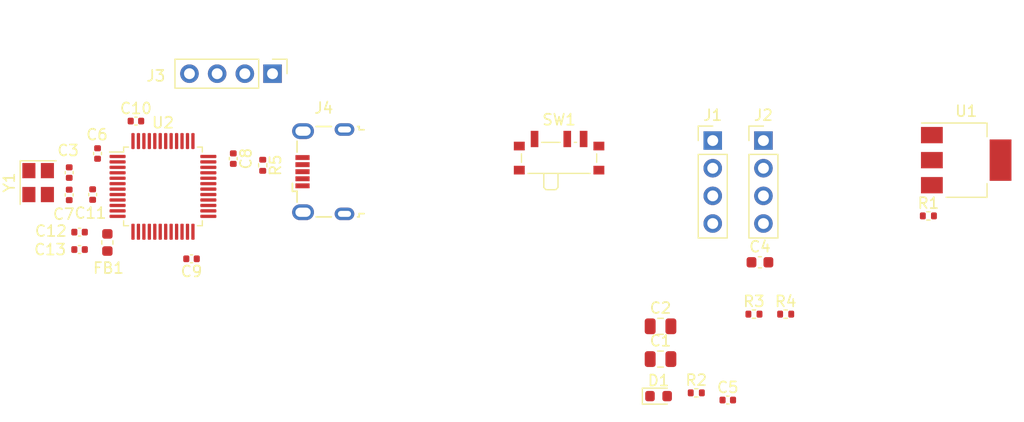
<source format=kicad_pcb>
(kicad_pcb (version 20211014) (generator pcbnew)
  (layers (0 "F.Cu" signal) (31 "B.Cu" power) (34 "B.Paste" user) (35 "F.Paste" user) (36 "B.SilkS" user "B.Silkscreen") (37 "F.SilkS" user "F.Silkscreen") (38 "B.Mask" user) (39 "F.Mask" user) (44 "Edge.Cuts" user))
  (net 0 "")
  (net 1 "VBUS")
  (net 2 "GND")
  (net 3 "+3V3")
  (net 4 "/HSE_IN")
  (net 5 "/NRST")
  (net 6 "/HSE_OUT")
  (net 7 "+3.3VA")
  (net 8 "/PWR_LED_K")
  (net 9 "/USART1_TX")
  (net 10 "/USART1_RX")
  (net 11 "/I2C2_SCL")
  (net 12 "/I2C2_SDA")
  (net 13 "/SWDIO")
  (net 14 "/SWCLK")
  (net 15 "/USB_D-")
  (net 16 "/USB_D+")
  (net 19 "/SW_BOOT0")
  (net 20 "/BOOT0")
  (footprint "Crystal:Crystal_SMD_3225-4Pin_3.2x2.5mm" (layer "F.Cu") (at 47.05 70.15 -90)
    (fp_text reference "Y1" (at 0 2.65 90) (layer "F.SilkS"))
    (fp_text value "16MHz")
    (fp_line (start -2 -1.65) (end -2 1.65) (layer "F.SilkS") (width 0.12))
    (fp_line (start -2 1.65) (end 2 1.65) (layer "F.SilkS") (width 0.12))
    (pad "1" smd rect locked (at -1.1 0.85 270) (size 1.4 1.2) (layers "F.Cu" "F.Paste" "F.Mask") (net 4 "/HSE_IN"))
    (pad "2" smd rect locked (at 1.1 0.85 270) (size 1.4 1.2) (layers "F.Cu" "F.Paste" "F.Mask") (net 2 "GND"))
    (pad "3" smd rect locked (at 1.1 -0.85 270) (size 1.4 1.2) (layers "F.Cu" "F.Paste" "F.Mask") (net 6 "/HSE_OUT"))
    (pad "4" smd rect locked (at -1.1 -0.85 270) (size 1.4 1.2) (layers "F.Cu" "F.Paste" "F.Mask") (net 2 "GND"))
  )
  (footprint "Connector_PinHeader_2.54mm:PinHeader_1x04_P2.54mm_Vertical" (layer "F.Cu") (at 113.58 66.29)
    (fp_text reference "J2" (at 0 -2.33) (layer "F.SilkS"))
    (fp_text value "Conn_01x04_Male")
    (fp_line (start -1.33 1.27) (end -1.33 8.95) (layer "F.SilkS") (width 0.12))
    (fp_line (start -1.33 1.27) (end 1.33 1.27) (layer "F.SilkS") (width 0.12))
    (fp_line (start -1.33 -1.33) (end 0 -1.33) (layer "F.SilkS") (width 0.12))
    (fp_line (start 1.33 1.27) (end 1.33 8.95) (layer "F.SilkS") (width 0.12))
    (fp_line (start -1.33 8.95) (end 1.33 8.95) (layer "F.SilkS") (width 0.12))
    (fp_line (start -1.33 0) (end -1.33 -1.33) (layer "F.SilkS") (width 0.12))
    (pad "1" thru_hole rect locked (at 0 0) (size 1.7 1.7) (drill 1) (layers *.Cu *.Mask) (net 3 "+3V3"))
    (pad "2" thru_hole oval locked (at 0 2.54) (size 1.7 1.7) (drill 1) (layers *.Cu *.Mask) (net 11 "/I2C2_SCL"))
    (pad "3" thru_hole oval locked (at 0 5.08) (size 1.7 1.7) (drill 1) (layers *.Cu *.Mask) (net 12 "/I2C2_SDA"))
    (pad "4" thru_hole oval locked (at 0 7.62) (size 1.7 1.7) (drill 1) (layers *.Cu *.Mask) (net 2 "GND"))
  )
  (footprint "Connector_PinHeader_2.54mm:PinHeader_1x04_P2.54mm_Vertical" (layer "F.Cu") (at 108.93 66.29)
    (fp_text reference "J1" (at 0 -2.33) (layer "F.SilkS"))
    (fp_text value "Conn_01x04_Male")
    (fp_line (start -1.33 8.95) (end 1.33 8.95) (layer "F.SilkS") (width 0.12))
    (fp_line (start -1.33 1.27) (end -1.33 8.95) (layer "F.SilkS") (width 0.12))
    (fp_line (start -1.33 -1.33) (end 0 -1.33) (layer "F.SilkS") (width 0.12))
    (fp_line (start -1.33 1.27) (end 1.33 1.27) (layer "F.SilkS") (width 0.12))
    (fp_line (start 1.33 1.27) (end 1.33 8.95) (layer "F.SilkS") (width 0.12))
    (fp_line (start -1.33 0) (end -1.33 -1.33) (layer "F.SilkS") (width 0.12))
    (pad "1" thru_hole rect locked (at 0 0) (size 1.7 1.7) (drill 1) (layers *.Cu *.Mask) (net 3 "+3V3"))
    (pad "2" thru_hole oval locked (at 0 2.54) (size 1.7 1.7) (drill 1) (layers *.Cu *.Mask) (net 9 "/USART1_TX"))
    (pad "3" thru_hole oval locked (at 0 5.08) (size 1.7 1.7) (drill 1) (layers *.Cu *.Mask) (net 10 "/USART1_RX"))
    (pad "4" thru_hole oval locked (at 0 7.62) (size 1.7 1.7) (drill 1) (layers *.Cu *.Mask) (net 2 "GND"))
  )
  (footprint "Capacitor_SMD:C_0402_1005Metric" (layer "F.Cu") (at 52.5 67.48 90)
    (fp_text reference "C6" (at 1.73 -0.05 180) (layer "F.SilkS"))
    (fp_text value "100n")
    (fp_line (start -0.107836 -0.36) (end 0.107836 -0.36) (layer "F.SilkS") (width 0.12))
    (fp_line (start -0.107836 0.36) (end 0.107836 0.36) (layer "F.SilkS") (width 0.12))
    (pad "1" smd roundrect locked (at -0.48 0 90) (size 0.56 0.62) (layers "F.Cu" "F.Paste" "F.Mask") (net 3 "+3V3"))
    (pad "2" smd roundrect locked (at 0.48 0 90) (size 0.56 0.62) (layers "F.Cu" "F.Paste" "F.Mask") (net 2 "GND"))
  )
  (footprint "Capacitor_SMD:C_0402_1005Metric" (layer "F.Cu") (at 49.9 69.23 90)
    (fp_text reference "C3" (at 2.03 -0.1 180) (layer "F.SilkS"))
    (fp_text value "10p")
    (fp_line (start -0.107836 -0.36) (end 0.107836 -0.36) (layer "F.SilkS") (width 0.12))
    (fp_line (start -0.107836 0.36) (end 0.107836 0.36) (layer "F.SilkS") (width 0.12))
    (pad "1" smd roundrect locked (at -0.48 0 90) (size 0.56 0.62) (layers "F.Cu" "F.Paste" "F.Mask") (net 4 "/HSE_IN"))
    (pad "2" smd roundrect locked (at 0.48 0 90) (size 0.56 0.62) (layers "F.Cu" "F.Paste" "F.Mask") (net 2 "GND"))
  )
  (footprint "Capacitor_SMD:C_0402_1005Metric" (layer "F.Cu") (at 64.95 67.95 -90)
    (fp_text reference "C8" (at 0 -1.16 90) (layer "F.SilkS"))
    (fp_text value "100n")
    (fp_line (start -0.107836 0.36) (end 0.107836 0.36) (layer "F.SilkS") (width 0.12))
    (fp_line (start -0.107836 -0.36) (end 0.107836 -0.36) (layer "F.SilkS") (width 0.12))
    (pad "1" smd roundrect locked (at -0.48 0 270) (size 0.56 0.62) (layers "F.Cu" "F.Paste" "F.Mask") (net 3 "+3V3"))
    (pad "2" smd roundrect locked (at 0.48 0 270) (size 0.56 0.62) (layers "F.Cu" "F.Paste" "F.Mask") (net 2 "GND"))
  )
  (footprint "Capacitor_SMD:C_0402_1005Metric" (layer "F.Cu") (at 50.85 74.7 180)
    (fp_text reference "C12" (at 2.63 0.1) (layer "F.SilkS"))
    (fp_text value "1u")
    (fp_line (start -0.107836 0.36) (end 0.107836 0.36) (layer "F.SilkS") (width 0.12))
    (fp_line (start -0.107836 -0.36) (end 0.107836 -0.36) (layer "F.SilkS") (width 0.12))
    (pad "1" smd roundrect locked (at -0.48 0 180) (size 0.56 0.62) (layers "F.Cu" "F.Paste" "F.Mask") (net 7 "+3.3VA"))
    (pad "2" smd roundrect locked (at 0.48 0 180) (size 0.56 0.62) (layers "F.Cu" "F.Paste" "F.Mask") (net 2 "GND"))
  )
  (footprint "Resistor_SMD:R_0402_1005Metric" (layer "F.Cu") (at 128.71 73.21)
    (fp_text reference "R1" (at 0 -1.17) (layer "F.SilkS"))
    (fp_text value "1k5")
    (fp_line (start -0.153641 -0.38) (end 0.153641 -0.38) (layer "F.SilkS") (width 0.12))
    (fp_line (start -0.153641 0.38) (end 0.153641 0.38) (layer "F.SilkS") (width 0.12))
    (pad "1" smd roundrect locked (at -0.51 0) (size 0.54 0.64) (layers "F.Cu" "F.Paste" "F.Mask") (net 8 "/PWR_LED_K"))
    (pad "2" smd roundrect locked (at 0.51 0) (size 0.54 0.64) (layers "F.Cu" "F.Paste" "F.Mask") (net 2 "GND"))
  )
  (footprint "Resistor_SMD:R_0402_1005Metric" (layer "F.Cu") (at 115.62 82.23)
    (fp_text reference "R4" (at 0 -1.17) (layer "F.SilkS"))
    (fp_text value "10k")
    (fp_line (start -0.153641 0.38) (end 0.153641 0.38) (layer "F.SilkS") (width 0.12))
    (fp_line (start -0.153641 -0.38) (end 0.153641 -0.38) (layer "F.SilkS") (width 0.12))
    (pad "1" smd roundrect locked (at -0.51 0) (size 0.54 0.64) (layers "F.Cu" "F.Paste" "F.Mask") (net 19 "/SW_BOOT0"))
    (pad "2" smd roundrect locked (at 0.51 0) (size 0.54 0.64) (layers "F.Cu" "F.Paste" "F.Mask") (net 20 "/BOOT0"))
  )
  (footprint "Inductor_SMD:L_0603_1608Metric" (layer "F.Cu") (at 53.4 75.65 -90)
    (fp_text reference "FB1" (at 2.35 -0.1 180) (layer "F.SilkS"))
    (fp_text value "120R")
    (fp_line (start -0.162779 0.51) (end 0.162779 0.51) (layer "F.SilkS") (width 0.12))
    (fp_line (start -0.162779 -0.51) (end 0.162779 -0.51) (layer "F.SilkS") (width 0.12))
    (pad "1" smd roundrect locked (at -0.7875 0 270) (size 0.875 0.95) (layers "F.Cu" "F.Paste" "F.Mask") (net 7 "+3.3VA"))
    (pad "2" smd roundrect locked (at 0.7875 0 270) (size 0.875 0.95) (layers "F.Cu" "F.Paste" "F.Mask") (net 3 "+3V3"))
  )
  (footprint "Resistor_SMD:R_0402_1005Metric" (layer "F.Cu") (at 67.65 68.56 -90)
    (fp_text reference "R5" (at 0 -1.17 90) (layer "F.SilkS"))
    (fp_text value "1k5")
    (fp_line (start -0.153641 0.38) (end 0.153641 0.38) (layer "F.SilkS") (width 0.12))
    (fp_line (start -0.153641 -0.38) (end 0.153641 -0.38) (layer "F.SilkS") (width 0.12))
    (pad "1" smd roundrect locked (at -0.51 0 270) (size 0.54 0.64) (layers "F.Cu" "F.Paste" "F.Mask") (net 3 "+3V3"))
    (pad "2" smd roundrect locked (at 0.51 0 270) (size 0.54 0.64) (layers "F.Cu" "F.Paste" "F.Mask") (net 16 "/USB_D+"))
  )
  (footprint "LED_SMD:LED_0603_1608Metric" (layer "F.Cu") (at 103.96 89.76)
    (fp_text reference "D1" (at 0 -1.43) (layer "F.SilkS"))
    (fp_text value "LED")
    (fp_line (start 0.8 -0.735) (end -1.485 -0.735) (layer "F.SilkS") (width 0.12))
    (fp_line (start -1.485 -0.735) (end -1.485 0.735) (layer "F.SilkS") (width 0.12))
    (fp_line (start -1.485 0.735) (end 0.8 0.735) (layer "F.SilkS") (width 0.12))
    (pad "1" smd roundrect locked (at -0.7875 0) (size 0.875 0.95) (layers "F.Cu" "F.Paste" "F.Mask") (net 8 "/PWR_LED_K"))
    (pad "2" smd roundrect locked (at 0.7875 0) (size 0.875 0.95) (layers "F.Cu" "F.Paste" "F.Mask") (net 3 "+3V3"))
  )
  (footprint "Capacitor_SMD:C_0402_1005Metric" (layer "F.Cu") (at 61.12 77.15 180)
    (fp_text reference "C9" (at 0 -1.16) (layer "F.SilkS"))
    (fp_text value "100n")
    (fp_line (start -0.107836 -0.36) (end 0.107836 -0.36) (layer "F.SilkS") (width 0.12))
    (fp_line (start -0.107836 0.36) (end 0.107836 0.36) (layer "F.SilkS") (width 0.12))
    (pad "1" smd roundrect locked (at -0.48 0 180) (size 0.56 0.62) (layers "F.Cu" "F.Paste" "F.Mask") (net 3 "+3V3"))
    (pad "2" smd roundrect locked (at 0.48 0 180) (size 0.56 0.62) (layers "F.Cu" "F.Paste" "F.Mask") (net 2 "GND"))
  )
  (footprint "Capacitor_SMD:C_0805_2012Metric" (layer "F.Cu") (at 104.14 86.36)
    (fp_text reference "C1" (at 0 -1.68) (layer "F.SilkS"))
    (fp_text value "22u")
    (fp_line (start -0.261252 -0.735) (end 0.261252 -0.735) (layer "F.SilkS") (width 0.12))
    (fp_line (start -0.261252 0.735) (end 0.261252 0.735) (layer "F.SilkS") (width 0.12))
    (pad "1" smd roundrect locked (at -0.95 0) (size 1 1.45) (layers "F.Cu" "F.Paste" "F.Mask") (net 1 "VBUS"))
    (pad "2" smd roundrect locked (at 0.95 0) (size 1 1.45) (layers "F.Cu" "F.Paste" "F.Mask") (net 2 "GND"))
  )
  (footprint "Connector_PinHeader_2.54mm:PinHeader_1x04_P2.54mm_Vertical" (layer "F.Cu") (at 68.55 60.15 -90)
    (fp_text reference "J3" (at 0.2 10.7 180) (layer "F.SilkS"))
    (fp_text value "Conn_01x04_Male")
    (fp_line (start -1.33 1.27) (end 1.33 1.27) (layer "F.SilkS") (width 0.12))
    (fp_line (start -1.33 8.95) (end 1.33 8.95) (layer "F.SilkS") (width 0.12))
    (fp_line (start 1.33 1.27) (end 1.33 8.95) (layer "F.SilkS") (width 0.12))
    (fp_line (start -1.33 1.27) (end -1.33 8.95) (layer "F.SilkS") (width 0.12))
    (fp_line (start -1.33 -1.33) (end 0 -1.33) (layer "F.SilkS") (width 0.12))
    (fp_line (start -1.33 0) (end -1.33 -1.33) (layer "F.SilkS") (width 0.12))
    (pad "1" thru_hole rect locked (at 0 0 270) (size 1.7 1.7) (drill 1) (layers *.Cu *.Mask) (net 3 "+3V3"))
    (pad "2" thru_hole oval locked (at 0 2.54 270) (size 1.7 1.7) (drill 1) (layers *.Cu *.Mask) (net 13 "/SWDIO"))
    (pad "3" thru_hole oval locked (at 0 5.08 270) (size 1.7 1.7) (drill 1) (layers *.Cu *.Mask) (net 14 "/SWCLK"))
    (pad "4" thru_hole oval locked (at 0 7.62 270) (size 1.7 1.7) (drill 1) (layers *.Cu *.Mask) (net 2 "GND"))
  )
  (footprint "Capacitor_SMD:C_0402_1005Metric" (layer "F.Cu") (at 50.85 76.3 180)
    (fp_text reference "C13" (at 2.7 0) (layer "F.SilkS"))
    (fp_text value "1u")
    (fp_line (start -0.107836 -0.36) (end 0.107836 -0.36) (layer "F.SilkS") (width 0.12))
    (fp_line (start -0.107836 0.36) (end 0.107836 0.36) (layer "F.SilkS") (width 0.12))
    (pad "1" smd roundrect locked (at -0.48 0 180) (size 0.56 0.62) (layers "F.Cu" "F.Paste" "F.Mask") (net 3 "+3V3"))
    (pad "2" smd roundrect locked (at 0.48 0 180) (size 0.56 0.62) (layers "F.Cu" "F.Paste" "F.Mask") (net 2 "GND"))
  )
  (footprint "Resistor_SMD:R_0402_1005Metric" (layer "F.Cu") (at 107.42 89.46)
    (fp_text reference "R2" (at 0 -1.17) (layer "F.SilkS"))
    (fp_text value "1k5")
    (fp_line (start -0.153641 0.38) (end 0.153641 0.38) (layer "F.SilkS") (width 0.12))
    (fp_line (start -0.153641 -0.38) (end 0.153641 -0.38) (layer "F.SilkS") (width 0.12))
    (pad "1" smd roundrect locked (at -0.51 0) (size 0.54 0.64) (layers "F.Cu" "F.Paste" "F.Mask") (net 3 "+3V3"))
    (pad "2" smd roundrect locked (at 0.51 0) (size 0.54 0.64) (layers "F.Cu" "F.Paste" "F.Mask") (net 11 "/I2C2_SCL"))
  )
  (footprint "Capacitor_SMD:C_0402_1005Metric" (layer "F.Cu") (at 52.05 71.25 90)
    (fp_text reference "C11" (at -1.7 -0.2 180) (layer "F.SilkS"))
    (fp_text value "10n")
    (fp_line (start -0.107836 0.36) (end 0.107836 0.36) (layer "F.SilkS") (width 0.12))
    (fp_line (start -0.107836 -0.36) (end 0.107836 -0.36) (layer "F.SilkS") (width 0.12))
    (pad "1" smd roundrect locked (at -0.48 0 90) (size 0.56 0.62) (layers "F.Cu" "F.Paste" "F.Mask") (net 7 "+3.3VA"))
    (pad "2" smd roundrect locked (at 0.48 0 90) (size 0.56 0.62) (layers "F.Cu" "F.Paste" "F.Mask") (net 2 "GND"))
  )
  (footprint "Capacitor_SMD:C_0402_1005Metric" (layer "F.Cu") (at 56.02 64.5)
    (fp_text reference "C10" (at 0 -1.16) (layer "F.SilkS"))
    (fp_text value "100n")
    (fp_line (start -0.107836 0.36) (end 0.107836 0.36) (layer "F.SilkS") (width 0.12))
    (fp_line (start -0.107836 -0.36) (end 0.107836 -0.36) (layer "F.SilkS") (width 0.12))
    (pad "1" smd roundrect locked (at -0.48 0) (size 0.56 0.62) (layers "F.Cu" "F.Paste" "F.Mask") (net 3 "+3V3"))
    (pad "2" smd roundrect locked (at 0.48 0) (size 0.56 0.62) (layers "F.Cu" "F.Paste" "F.Mask") (net 2 "GND"))
  )
  (footprint "Package_TO_SOT_SMD:SOT-223-3_TabPin2" (layer "F.Cu") (at 132.18 68.09)
    (fp_text reference "U1" (at 0 -4.5) (layer "F.SilkS"))
    (fp_text value "AMS1117-3.3")
    (fp_line (start -4.1 -3.41) (end 1.91 -3.41) (layer "F.SilkS") (width 0.12))
    (fp_line (start 1.91 3.41) (end 1.91 2.15) (layer "F.SilkS") (width 0.12))
    (fp_line (start 1.91 -3.41) (end 1.91 -2.15) (layer "F.SilkS") (width 0.12))
    (fp_line (start -1.85 3.41) (end 1.91 3.41) (layer "F.SilkS") (width 0.12))
    (pad "1" smd rect locked (at -3.15 -2.3) (size 2 1.5) (layers "F.Cu" "F.Paste" "F.Mask") (net 2 "GND"))
    (pad "2" smd rect locked (at -3.15 0) (size 2 1.5) (layers "F.Cu" "F.Paste" "F.Mask") (net 3 "+3V3"))
    (pad "2" smd rect locked (at 3.15 0) (size 2 3.8) (layers "F.Cu" "F.Paste" "F.Mask") (net 3 "+3V3"))
    (pad "3" smd rect locked (at -3.15 2.3) (size 2 1.5) (layers "F.Cu" "F.Paste" "F.Mask") (net 1 "VBUS"))
  )
  (footprint "Capacitor_SMD:C_0603_1608Metric" (layer "F.Cu") (at 113.26 77.47)
    (fp_text reference "C4" (at 0 -1.43) (layer "F.SilkS"))
    (fp_text value "10u")
    (fp_line (start -0.14058 0.51) (end 0.14058 0.51) (layer "F.SilkS") (width 0.12))
    (fp_line (start -0.14058 -0.51) (end 0.14058 -0.51) (layer "F.SilkS") (width 0.12))
    (pad "1" smd roundrect locked (at -0.775 0) (size 0.9 0.95) (layers "F.Cu" "F.Paste" "F.Mask") (net 3 "+3V3"))
    (pad "2" smd roundrect locked (at 0.775 0) (size 0.9 0.95) (layers "F.Cu" "F.Paste" "F.Mask") (net 2 "GND"))
  )
  (footprint "Capacitor_SMD:C_0805_2012Metric" (layer "F.Cu") (at 104.14 83.35)
    (fp_text reference "C2" (at 0 -1.68) (layer "F.SilkS"))
    (fp_text value "22u")
    (fp_line (start -0.261252 0.735) (end 0.261252 0.735) (layer "F.SilkS") (width 0.12))
    (fp_line (start -0.261252 -0.735) (end 0.261252 -0.735) (layer "F.SilkS") (width 0.12))
    (pad "1" smd roundrect locked (at -0.95 0) (size 1 1.45) (layers "F.Cu" "F.Paste" "F.Mask") (net 3 "+3V3"))
    (pad "2" smd roundrect locked (at 0.95 0) (size 1 1.45) (layers "F.Cu" "F.Paste" "F.Mask") (net 2 "GND"))
  )
  (footprint "Button_Switch_SMD:SW_SPDT_PCM12" (layer "F.Cu") (at 94.835 67.575)
    (fp_text reference "SW1" (at 0 -3.2) (layer "F.SilkS"))
    (fp_text value "SW_SPDT")
    (fp_line (start -3.45 -0.07) (end -3.45 0.72) (layer "F.SilkS") (width 0.12))
    (fp_line (start -0.1 3.02) (end -0.1 1.73) (layer "F.SilkS") (width 0.12))
    (fp_line (start 3.45 0.72) (end 3.45 -0.07) (layer "F.SilkS") (width 0.12))
    (fp_line (start -1.6 -1.12) (end 0.1 -1.12) (layer "F.SilkS") (width 0.12))
    (fp_line (start -1.4 1.73) (end -1.4 3.02) (layer "F.SilkS") (width 0.12))
    (fp_line (start -2.85 1.73) (end 2.85 1.73) (layer "F.SilkS") (width 0.12))
    (fp_line (start 1.4 -1.12) (end 1.6 -1.12) (layer "F.SilkS") (width 0.12))
    (fp_line (start -0.1 3.02) (end -0.3 3.23) (layer "F.SilkS") (width 0.12))
    (fp_line (start -1.4 3.02) (end -1.2 3.23) (layer "F.SilkS") (width 0.12))
    (fp_line (start -1.2 3.23) (end -0.3 3.23) (layer "F.SilkS") (width 0.12))
    (pad "" smd rect locked (at -3.65 -0.78) (size 1 0.8) (layers "F.Cu" "F.Paste" "F.Mask"))
    (pad "" np_thru_hole circle locked (at -1.5 0.33) (size 0.9 0.9) (drill 0.9) (layers *.Cu *.Mask))
    (pad "" smd rect locked (at 3.65 -0.78) (size 1 0.8) (layers "F.Cu" "F.Paste" "F.Mask"))
    (pad "" smd rect locked (at 3.65 1.43) (size 1 0.8) (layers "F.Cu" "F.Paste" "F.Mask"))
    (pad "" np_thru_hole circle locked (at 1.5 0.33) (size 0.9 0.9) (drill 0.9) (layers *.Cu *.Mask))
    (pad "" smd rect locked (at -3.65 1.43) (size 1 0.8) (layers "F.Cu" "F.Paste" "F.Mask"))
    (pad "1" smd rect locked (at -2.25 -1.43) (size 0.7 1.5) (layers "F.Cu" "F.Paste" "F.Mask") (net 2 "GND"))
    (pad "2" smd rect locked (at 0.75 -1.43) (size 0.7 1.5) (layers "F.Cu" "F.Paste" "F.Mask") (net 19 "/SW_BOOT0"))
    (pad "3" smd rect locked (at 2.25 -1.43) (size 0.7 1.5) (layers "F.Cu" "F.Paste" "F.Mask") (net 3 "+3V3"))
  )
  (footprint "Connector_USB:USB_Micro-B_Wuerth_629105150521" (layer "F.Cu") (at 73.2 69.15 90)
    (fp_text reference "J4" (at 5.85 0.05 180) (layer "F.SilkS"))
    (fp_text value "USB_B_Micro")
    (fp_line (start -4.15 3.3) (end -3.85 3.3) (layer "F.SilkS") (width 0.15))
    (fp_line (start 4.15 3.3) (end 4.15 3.15) (layer "F.SilkS") (width 0.15))
    (fp_line (start -3.85 3.3) (end -3.85 3.75) (layer "F.SilkS") (width 0.15))
    (fp_line (start 3.85 3.75) (end 3.85 3.3) (layer "F.SilkS") (width 0.15))
    (fp_line (start 1.8 -2.4) (end 2.8 -2.4) (layer "F.SilkS") (width 0.15))
    (fp_line (start -1.8 -2.825) (end -1.8 -2.4) (layer "F.SilkS") (width 0.15))
    (fp_line (start -1.075 -2.825) (end -1.8 -2.825) (layer "F.SilkS") (width 0.15))
    (fp_line (start -1.8 -2.4) (end -2.8 -2.4) (layer "F.SilkS") (width 0.15))
    (fp_line (start -4.15 3.15) (end -4.15 3.3) (layer "F.SilkS") (width 0.15))
    (fp_line (start -4.15 -0.65) (end -4.15 0.75) (layer "F.SilkS") (width 0.15))
    (fp_line (start 4.15 0.75) (end 4.15 -0.65) (layer "F.SilkS") (width 0.15))
    (fp_line (start 3.85 3.3) (end 4.15 3.3) (layer "F.SilkS") (width 0.15))
    (pad "" np_thru_hole oval locked (at 2.5 -0.8 90) (size 0.8 0.8) (drill 0.8) (layers *.Cu *.Mask))
    (pad "" np_thru_hole oval locked (at -2.5 -0.8 90) (size 0.8 0.8) (drill 0.8) (layers *.Cu *.Mask))
    (pad "1" smd rect locked (at -1.3 -1.9 90) (size 0.45 1.3) (layers "F.Cu" "F.Paste" "F.Mask") (net 1 "VBUS"))
    (pad "2" smd rect locked (at -0.65 -1.9 90) (size 0.45 1.3) (layers "F.Cu" "F.Paste" "F.Mask") (net 15 "/USB_D-"))
    (pad "3" smd rect locked (at 0 -1.9 90) (size 0.45 1.3) (layers "F.Cu" "F.Paste" "F.Mask") (net 16 "/USB_D+"))
    (pad "4" smd rect locked (at 0.65 -1.9 90) (size 0.45 1.3) (layers "F.Cu" "F.Paste" "F.Mask"))
    (pad "5" smd rect locked (at 1.3 -1.9 90) (size 0.45 1.3) (layers "F.Cu" "F.Paste" "F.Mask") (net 2 "GND"))
    (pad "6" thru_hole oval locked (at -3.875 1.95 90) (size 1.15 1.8) (drill oval 0.55 1.2) (layers *.Cu *.Mask))
    (pad "6" thru_hole oval locked (at 3.875 1.95 90) (size 1.15 1.8) (drill oval 0.55 1.2) (layers *.Cu *.Mask))
    (pad "6" thru_hole oval locked (at 3.725 -1.85 90) (size 1.45 2) (drill oval 0.85 1.4) (layers *.Cu *.Mask))
    (pad "6" thru_hole oval locked (at -3.725 -1.85 90) (size 1.45 2) (drill oval 0.85 1.4) (layers *.Cu *.Mask))
  )
  (footprint "Capacitor_SMD:C_0402_1005Metric" (layer "F.Cu") (at 49.9 71.28 90)
    (fp_text reference "C7" (at -1.77 -0.5 180) (layer "F.SilkS"))
    (fp_text value "10p")
    (fp_line (start -0.107836 0.36) (end 0.107836 0.36) (layer "F.SilkS") (width 0.12))
    (fp_line (start -0.107836 -0.36) (end 0.107836 -0.36) (layer "F.SilkS") (width 0.12))
    (pad "1" smd roundrect locked (at -0.48 0 90) (size 0.56 0.62) (layers "F.Cu" "F.Paste" "F.Mask") (net 6 "/HSE_OUT"))
    (pad "2" smd roundrect locked (at 0.48 0 90) (size 0.56 0.62) (layers "F.Cu" "F.Paste" "F.Mask") (net 2 "GND"))
  )
  (footprint "Package_QFP:LQFP-48_7x7mm_P0.5mm" (layer "F.Cu") (at 58.5 70.5)
    (fp_text reference "U2" (at 0 -5.85) (layer "F.SilkS"))
    (fp_text value "STM32F103C8Tx")
    (fp_line (start -3.61 -3.61) (end -3.61 -3.16) (layer "F.SilkS") (width 0.12))
    (fp_line (start 3.16 3.61) (end 3.61 3.61) (layer "F.SilkS") (width 0.12))
    (fp_line (start -3.16 -3.61) (end -3.61 -3.61) (layer "F.SilkS") (width 0.12))
    (fp_line (start 3.61 -3.61) (end 3.61 -3.16) (layer "F.SilkS") (width 0.12))
    (fp_line (start 3.61 3.61) (end 3.61 3.16) (layer "F.SilkS") (width 0.12))
    (fp_line (start 3.16 -3.61) (end 3.61 -3.61) (layer "F.SilkS") (width 0.12))
    (fp_line (start -3.61 3.61) (end -3.61 3.16) (layer "F.SilkS") (width 0.12))
    (fp_line (start -3.16 3.61) (end -3.61 3.61) (layer "F.SilkS") (width 0.12))
    (fp_line (start -3.61 -3.16) (end -4.9 -3.16) (layer "F.SilkS") (width 0.12))
    (pad "1" smd roundrect locked (at -4.1625 -2.75) (size 1.475 0.3) (layers "F.Cu" "F.Paste" "F.Mask") (net 3 "+3V3"))
    (pad "2" smd roundrect locked (at -4.1625 -2.25) (size 1.475 0.3) (layers "F.Cu" "F.Paste" "F.Mask"))
    (pad "3" smd roundrect locked (at -4.1625 -1.75) (size 1.475 0.3) (layers "F.Cu" "F.Paste" "F.Mask"))
    (pad "4" smd roundrect locked (at -4.1625 -1.25) (size 1.475 0.3) (layers "F.Cu" "F.Paste" "F.Mask"))
    (pad "5" smd roundrect locked (at -4.1625 -0.75) (size 1.475 0.3) (layers "F.Cu" "F.Paste" "F.Mask") (net 4 "/HSE_IN"))
    (pad "6" smd roundrect locked (at -4.1625 -0.25) (size 1.475 0.3) (layers "F.Cu" "F.Paste" "F.Mask") (net 6 "/HSE_OUT"))
    (pad "7" smd roundrect locked (at -4.1625 0.25) (size 1.475 0.3) (layers "F.Cu" "F.Paste" "F.Mask") (net 5 "/NRST"))
    (pad "8" smd roundrect locked (at -4.1625 0.75) (size 1.475 0.3) (layers "F.Cu" "F.Paste" "F.Mask") (net 2 "GND"))
    (pad "9" smd roundrect locked (at -4.1625 1.25) (size 1.475 0.3) (layers "F.Cu" "F.Paste" "F.Mask") (net 7 "+3.3VA"))
    (pad "10" smd roundrect locked (at -4.1625 1.75) (size 1.475 0.3) (layers "F.Cu" "F.Paste" "F.Mask"))
    (pad "11" smd roundrect locked (at -4.1625 2.25) (size 1.475 0.3) (layers "F.Cu" "F.Paste" "F.Mask"))
    (pad "12" smd roundrect locked (at -4.1625 2.75) (size 1.475 0.3) (layers "F.Cu" "F.Paste" "F.Mask"))
    (pad "13" smd roundrect locked (at -2.75 4.1625) (size 0.3 1.475) (layers "F.Cu" "F.Paste" "F.Mask"))
    (pad "14" smd roundrect locked (at -2.25 4.1625) (size 0.3 1.475) (layers "F.Cu" "F.Paste" "F.Mask"))
    (pad "15" smd roundrect locked (at -1.75 4.1625) (size 0.3 1.475) (layers "F.Cu" "F.Paste" "F.Mask"))
    (pad "16" smd roundrect locked (at -1.25 4.1625) (size 0.3 1.475) (layers "F.Cu" "F.Paste" "F.Mask"))
    (pad "17" smd roundrect locked (at -0.75 4.1625) (size 0.3 1.475) (layers "F.Cu" "F.Paste" "F.Mask"))
    (pad "18" smd roundrect locked (at -0.25 4.1625) (size 0.3 1.475) (layers "F.Cu" "F.Paste" "F.Mask"))
    (pad "19" smd roundrect locked (at 0.25 4.1625) (size 0.3 1.475) (layers "F.Cu" "F.Paste" "F.Mask"))
    (pad "20" smd roundrect locked (at 0.75 4.1625) (size 0.3 1.475) (layers "F.Cu" "F.Paste" "F.Mask"))
    (pad "21" smd roundrect locked (at 1.25 4.1625) (size 0.3 1.475) (layers "F.Cu" "F.Paste" "F.Mask") (net 11 "/I2C2_SCL"))
    (pad "22" smd roundrect locked (at 1.75 4.1625) (size 0.3 1.475) (layers "F.Cu" "F.Paste" "F.Mask") (net 12 "/I2C2_SDA"))
    (pad "23" smd roundrect locked (at 2.25 4.1625) (size 0.3 1.475) (layers "F.Cu" "F.Paste" "F.Mask") (net 2 "GND"))
    (pad "24" smd roundrect locked (at 2.75 4.1625) (size 0.3 1.475) (layers "F.Cu" "F.Paste" "F.Mask") (net 3 "+3V3"))
    (pad "25" smd roundrect locked (at 4.1625 2.75) (size 1.475 0.3) (layers "F.Cu" "F.Paste" "F.Mask"))
    (pad "26" smd roundrect locked (at 4.1625 2.25) (size 1.475 0.3) (layers "F.Cu" "F.Paste" "F.Mask"))
    (pad "27" smd roundrect locked (at 4.1625 1.75) (size 1.475 0.3) (layers "F.Cu" "F.Paste" "F.Mask"))
    (pad "28" smd roundrect locked (at 4.1625 1.25) (size 1.475 0.3) (layers "F.Cu" "F.Paste" "F.Mask"))
    (pad "29" smd roundrect locked (at 4.1625 0.75) (size 1.475 0.3) (layers "F.Cu" "F.Paste" "F.Mask"))
    (pad "30" smd roundrect locked (at 4.1625 0.25) (size 1.475 0.3) (layers "F.Cu" "F.Paste" "F.Mask"))
    (pad "31" smd roundrect locked (at 4.1625 -0.25) (size 1.475 0.3) (layers "F.Cu" "F.Paste" "F.Mask"))
    (pad "32" smd roundrect locked (at 4.1625 -0.75) (size 1.475 0.3) (layers "F.Cu" "F.Paste" "F.Mask") (net 15 "/USB_D-"))
    (pad "33" smd roundrect locked (at 4.1625 -1.25) (size 1.475 0.3) (layers "F.Cu" "F.Paste" "F.Mask") (net 16 "/USB_D+"))
    (pad "34" smd roundrect locked (at 4.1625 -1.75) (size 1.475 0.3) (layers "F.Cu" "F.Paste" "F.Mask") (net 13 "/SWDIO"))
    (pad "35" smd roundrect locked (at 4.1625 -2.25) (size 1.475 0.3) (layers "F.Cu" "F.Paste" "F.Mask") (net 2 "GND"))
    (pad "36" smd roundrect locked (at 4.1625 -2.75) (size 1.475 0.3) (layers "F.Cu" "F.Paste" "F.Mask") (net 3 "+3V3"))
    (pad "37" smd roundrect locked (at 2.75 -4.1625) (size 0.3 1.475) (layers "F.Cu" "F.Paste" "F.Mask") (net 14 "/SWCLK"))
    (pad "38" smd roundrect locked (at 2.25 -4.1625) (size 0.3 1.475) (layers "F.Cu" "F.Paste" "F.Mask"))
    (pad "39" smd roundrect locked (at 1.75 -4.1625) (size 0.3 1.475) (layers "F.Cu" "F.Paste" "F.Mask"))
    (pad "40" smd roundrect locked (at 1.25 -4.1625) (size 0.3 1.475) (layers "F.Cu" "F.Paste" "F.Mask"))
    (pad "41" smd roundrect locked (at 0.75 -4.1625) (size 0.3 1.475) (layers "F.Cu" "F.Paste" "F.Mask"))
    (pad "42" smd roundrect locked (at 0.25 -4.1625) (size 0.3 1.475) (layers "F.Cu" "F.Paste" "F.Mask") (net 9 "/USART1_TX"))
    (pad "43" smd roundrect locked (at -0.25 -4.1625) (size 0.3 1.475) (layers "F.Cu" "F.Paste" "F.Mask") (net 10 "/USART1_RX"))
    (pad "44" smd roundrect locked (at -0.75 -4.1625) (size 0.3 1.475) (layers "F.Cu" "F.Paste" "F.Mask") (net 20 "/BOOT0"))
    (pad "45" smd roundrect locked (at -1.25 -4.1625) (size 0.3 1.475) (layers "F.Cu" "F.Paste" "F.Mask"))
    (pad "46" smd roundrect locked (at -1.75 -4.1625) (size 0.3 1.475) (layers "F.Cu" "F.Paste" "F.Mask"))
    (pad "47" smd roundrect locked (at -2.25 -4.1625) (size 0.3 1.475) (layers "F.Cu" "F.Paste" "F.Mask") (net 2 "GND"))
    (pad "48" smd roundrect locked (at -2.75 -4.1625) (size 0.3 1.475) (layers "F.Cu" "F.Paste" "F.Mask") (net 3 "+3V3"))
  )
  (footprint "Resistor_SMD:R_0402_1005Metric" (layer "F.Cu") (at 112.71 82.23)
    (fp_text reference "R3" (at 0 -1.17) (layer "F.SilkS"))
    (fp_text value "1k5")
    (fp_line (start -0.153641 -0.38) (end 0.153641 -0.38) (layer "F.SilkS") (width 0.12))
    (fp_line (start -0.153641 0.38) (end 0.153641 0.38) (layer "F.SilkS") (width 0.12))
    (pad "1" smd roundrect locked (at -0.51 0) (size 0.54 0.64) (layers "F.Cu" "F.Paste" "F.Mask") (net 3 "+3V3"))
    (pad "2" smd roundrect locked (at 0.51 0) (size 0.54 0.64) (layers "F.Cu" "F.Paste" "F.Mask") (net 12 "/I2C2_SDA"))
  )
  (footprint "Capacitor_SMD:C_0402_1005Metric" (layer "F.Cu") (at 110.31 90.12)
    (fp_text reference "C5" (at 0 -1.16) (layer "F.SilkS"))
    (fp_text value "100n")
    (fp_line (start -0.107836 -0.36) (end 0.107836 -0.36) (layer "F.SilkS") (width 0.12))
    (fp_line (start -0.107836 0.36) (end 0.107836 0.36) (layer "F.SilkS") (width 0.12))
    (pad "1" smd roundrect locked (at -0.48 0) (size 0.56 0.62) (layers "F.Cu" "F.Paste" "F.Mask") (net 5 "/NRST"))
    (pad "2" smd roundrect locked (at 0.48 0) (size 0.56 0.62) (layers "F.Cu" "F.Paste" "F.Mask") (net 2 "GND"))
  )
)
</source>
